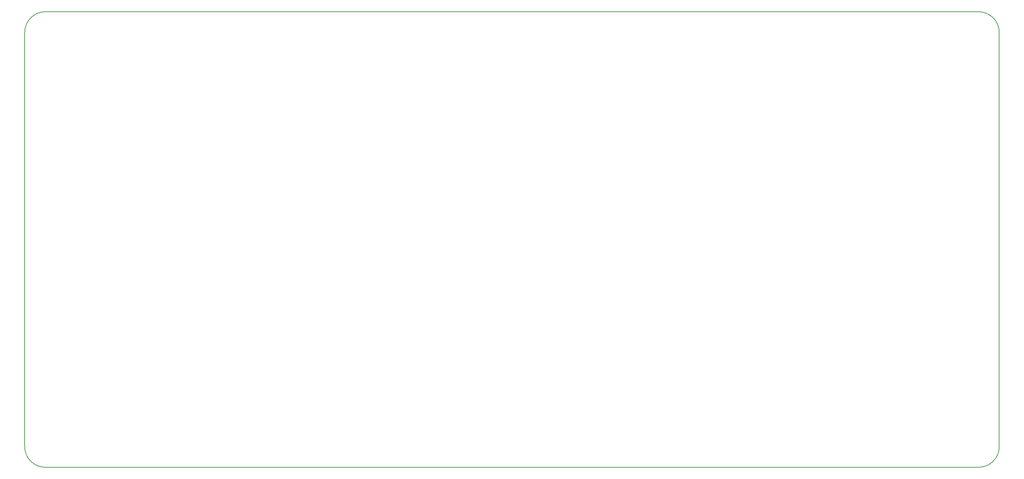
<source format=gbr>
%TF.GenerationSoftware,KiCad,Pcbnew,6.0.4+dfsg-1+b1*%
%TF.CreationDate,2022-05-18T11:28:58-05:00*%
%TF.ProjectId,HV-pulse-generator,48562d70-756c-4736-952d-67656e657261,C*%
%TF.SameCoordinates,Original*%
%TF.FileFunction,Profile,NP*%
%FSLAX46Y46*%
G04 Gerber Fmt 4.6, Leading zero omitted, Abs format (unit mm)*
G04 Created by KiCad (PCBNEW 6.0.4+dfsg-1+b1) date 2022-05-18 11:28:58*
%MOMM*%
%LPD*%
G01*
G04 APERTURE LIST*
%TA.AperFunction,Profile*%
%ADD10C,0.150000*%
%TD*%
G04 APERTURE END LIST*
D10*
X20320000Y-127000000D02*
X20320000Y-25400000D01*
X259080000Y-25400000D02*
G75*
G03*
X254000000Y-20320000I-5080000J0D01*
G01*
X254000000Y-132080000D02*
G75*
G03*
X259080000Y-127000000I0J5080000D01*
G01*
X254000000Y-20320000D02*
X25400000Y-20320000D01*
X259080000Y-25400000D02*
X259080000Y-127000000D01*
X254000000Y-132080000D02*
X25400000Y-132080000D01*
X20320000Y-127000000D02*
G75*
G03*
X25400000Y-132080000I5080000J0D01*
G01*
X25400000Y-20320000D02*
G75*
G03*
X20320000Y-25400000I0J-5080000D01*
G01*
M02*

</source>
